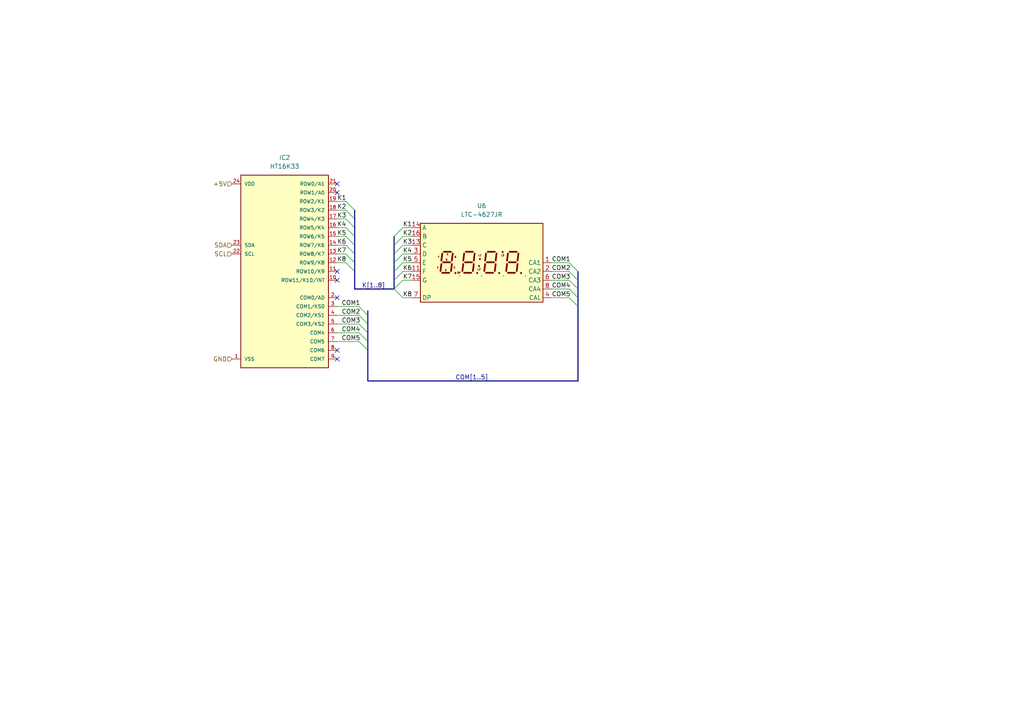
<source format=kicad_sch>
(kicad_sch
	(version 20231120)
	(generator "eeschema")
	(generator_version "8.0")
	(uuid "16922eb3-d2ca-49f8-ba4d-4ad77ceb5477")
	(paper "A4")
	(lib_symbols
		(symbol "Display_Character:LTC-4627JR"
			(exclude_from_sim no)
			(in_bom yes)
			(on_board yes)
			(property "Reference" "U"
				(at -17.78 12.7 0)
				(effects
					(font
						(size 1.27 1.27)
					)
					(justify left)
				)
			)
			(property "Value" "LTC-4627JR"
				(at 17.78 12.7 0)
				(effects
					(font
						(size 1.27 1.27)
					)
					(justify right)
				)
			)
			(property "Footprint" "Display_7Segment:LTC-4627Jx"
				(at 0 -12.7 0)
				(effects
					(font
						(size 1.27 1.27)
					)
					(hide yes)
				)
			)
			(property "Datasheet" "http://optoelectronics.liteon.com/upload/download/DS30-2000-185/LTC-4627JR.pdf"
				(at -10.16 0 0)
				(effects
					(font
						(size 1.27 1.27)
					)
					(hide yes)
				)
			)
			(property "Description" "4 digit 7 segment super red, common anode"
				(at 0 0 0)
				(effects
					(font
						(size 1.27 1.27)
					)
					(hide yes)
				)
			)
			(property "ki_keywords" "display LED 7-segment"
				(at 0 0 0)
				(effects
					(font
						(size 1.27 1.27)
					)
					(hide yes)
				)
			)
			(property "ki_fp_filters" "LTC?4627J*"
				(at 0 0 0)
				(effects
					(font
						(size 1.27 1.27)
					)
					(hide yes)
				)
			)
			(symbol "LTC-4627JR_0_1"
				(rectangle
					(start -17.78 -11.43)
					(end 17.78 11.43)
					(stroke
						(width 0.254)
						(type default)
					)
					(fill
						(type background)
					)
				)
				(rectangle
					(start -6.35 -3.81)
					(end -6.35 -3.81)
					(stroke
						(width 0.254)
						(type default)
					)
					(fill
						(type none)
					)
				)
				(rectangle
					(start 0 -3.81)
					(end 0 -3.81)
					(stroke
						(width 0.254)
						(type default)
					)
					(fill
						(type none)
					)
				)
				(polyline
					(pts
						(xy -6.35 -3.81) (xy -6.35 -3.81)
					)
					(stroke
						(width 0.254)
						(type default)
					)
					(fill
						(type none)
					)
				)
				(polyline
					(pts
						(xy 0 -3.81) (xy 0 -3.81)
					)
					(stroke
						(width 0.254)
						(type default)
					)
					(fill
						(type none)
					)
				)
				(polyline
					(pts
						(xy 6.35 -3.81) (xy 6.35 -3.81)
					)
					(stroke
						(width 0.254)
						(type default)
					)
					(fill
						(type none)
					)
				)
				(polyline
					(pts
						(xy 12.7 -3.81) (xy 12.7 -3.81)
					)
					(stroke
						(width 0.254)
						(type default)
					)
					(fill
						(type none)
					)
				)
				(rectangle
					(start 6.35 -3.81)
					(end 6.35 -3.81)
					(stroke
						(width 0.254)
						(type default)
					)
					(fill
						(type none)
					)
				)
				(rectangle
					(start 12.7 -3.81)
					(end 12.7 -3.81)
					(stroke
						(width 0.254)
						(type default)
					)
					(fill
						(type none)
					)
				)
			)
			(symbol "LTC-4627JR_1_0"
				(text "A"
					(at -9.906 2.413 0)
					(effects
						(font
							(size 0.508 0.508)
						)
					)
				)
				(text "B"
					(at -7.62 1.651 0)
					(effects
						(font
							(size 0.508 0.508)
						)
					)
				)
				(text "C"
					(at -7.874 -1.397 0)
					(effects
						(font
							(size 0.508 0.508)
						)
					)
				)
				(text "D"
					(at -10.414 -2.159 0)
					(effects
						(font
							(size 0.508 0.508)
						)
					)
				)
				(text "DP"
					(at -6.604 -2.921 0)
					(effects
						(font
							(size 0.508 0.508)
						)
					)
				)
				(text "E"
					(at -12.7 -1.397 0)
					(effects
						(font
							(size 0.508 0.508)
						)
					)
				)
				(text "F"
					(at -12.446 1.651 0)
					(effects
						(font
							(size 0.508 0.508)
						)
					)
				)
				(text "G"
					(at -10.16 0.889 0)
					(effects
						(font
							(size 0.508 0.508)
						)
					)
				)
				(text "L1"
					(at -0.508 2.159 0)
					(effects
						(font
							(size 0.508 0.508)
						)
					)
				)
				(text "L2"
					(at -0.762 -1.905 0)
					(effects
						(font
							(size 0.508 0.508)
						)
					)
				)
				(text "L3"
					(at 6.096 2.159 0)
					(effects
						(font
							(size 0.508 0.508)
						)
					)
				)
			)
			(symbol "LTC-4627JR_1_1"
				(polyline
					(pts
						(xy -11.684 -0.381) (xy -11.938 -2.413)
					)
					(stroke
						(width 0.508)
						(type default)
					)
					(fill
						(type none)
					)
				)
				(polyline
					(pts
						(xy -11.43 -2.921) (xy -9.398 -2.921)
					)
					(stroke
						(width 0.508)
						(type default)
					)
					(fill
						(type none)
					)
				)
				(polyline
					(pts
						(xy -11.43 2.667) (xy -11.684 0.635)
					)
					(stroke
						(width 0.508)
						(type default)
					)
					(fill
						(type none)
					)
				)
				(polyline
					(pts
						(xy -11.176 0.127) (xy -9.144 0.127)
					)
					(stroke
						(width 0.508)
						(type default)
					)
					(fill
						(type none)
					)
				)
				(polyline
					(pts
						(xy -10.922 3.175) (xy -8.89 3.175)
					)
					(stroke
						(width 0.508)
						(type default)
					)
					(fill
						(type none)
					)
				)
				(polyline
					(pts
						(xy -8.636 -0.381) (xy -8.89 -2.413)
					)
					(stroke
						(width 0.508)
						(type default)
					)
					(fill
						(type none)
					)
				)
				(polyline
					(pts
						(xy -8.382 2.667) (xy -8.636 0.635)
					)
					(stroke
						(width 0.508)
						(type default)
					)
					(fill
						(type none)
					)
				)
				(polyline
					(pts
						(xy -7.62 -3.048) (xy -7.62 -2.921)
					)
					(stroke
						(width 0.508)
						(type default)
					)
					(fill
						(type none)
					)
				)
				(polyline
					(pts
						(xy -5.334 -0.381) (xy -5.588 -2.413)
					)
					(stroke
						(width 0.508)
						(type default)
					)
					(fill
						(type none)
					)
				)
				(polyline
					(pts
						(xy -5.08 -2.921) (xy -3.048 -2.921)
					)
					(stroke
						(width 0.508)
						(type default)
					)
					(fill
						(type none)
					)
				)
				(polyline
					(pts
						(xy -5.08 2.667) (xy -5.334 0.635)
					)
					(stroke
						(width 0.508)
						(type default)
					)
					(fill
						(type none)
					)
				)
				(polyline
					(pts
						(xy -4.826 0.127) (xy -2.794 0.127)
					)
					(stroke
						(width 0.508)
						(type default)
					)
					(fill
						(type none)
					)
				)
				(polyline
					(pts
						(xy -4.572 3.175) (xy -2.54 3.175)
					)
					(stroke
						(width 0.508)
						(type default)
					)
					(fill
						(type none)
					)
				)
				(polyline
					(pts
						(xy -2.286 -0.381) (xy -2.54 -2.413)
					)
					(stroke
						(width 0.508)
						(type default)
					)
					(fill
						(type none)
					)
				)
				(polyline
					(pts
						(xy -2.032 2.667) (xy -2.286 0.635)
					)
					(stroke
						(width 0.508)
						(type default)
					)
					(fill
						(type none)
					)
				)
				(polyline
					(pts
						(xy -1.27 -3.048) (xy -1.27 -2.921)
					)
					(stroke
						(width 0.508)
						(type default)
					)
					(fill
						(type none)
					)
				)
				(polyline
					(pts
						(xy -0.762 -1.016) (xy -0.762 -0.889)
					)
					(stroke
						(width 0.508)
						(type default)
					)
					(fill
						(type none)
					)
				)
				(polyline
					(pts
						(xy -0.508 1.016) (xy -0.508 1.143)
					)
					(stroke
						(width 0.508)
						(type default)
					)
					(fill
						(type none)
					)
				)
				(polyline
					(pts
						(xy 1.016 -0.381) (xy 0.762 -2.413)
					)
					(stroke
						(width 0.508)
						(type default)
					)
					(fill
						(type none)
					)
				)
				(polyline
					(pts
						(xy 1.27 -2.921) (xy 3.302 -2.921)
					)
					(stroke
						(width 0.508)
						(type default)
					)
					(fill
						(type none)
					)
				)
				(polyline
					(pts
						(xy 1.27 2.667) (xy 1.016 0.635)
					)
					(stroke
						(width 0.508)
						(type default)
					)
					(fill
						(type none)
					)
				)
				(polyline
					(pts
						(xy 1.524 0.127) (xy 3.556 0.127)
					)
					(stroke
						(width 0.508)
						(type default)
					)
					(fill
						(type none)
					)
				)
				(polyline
					(pts
						(xy 1.778 3.175) (xy 3.81 3.175)
					)
					(stroke
						(width 0.508)
						(type default)
					)
					(fill
						(type none)
					)
				)
				(polyline
					(pts
						(xy 4.064 -0.381) (xy 3.81 -2.413)
					)
					(stroke
						(width 0.508)
						(type default)
					)
					(fill
						(type none)
					)
				)
				(polyline
					(pts
						(xy 4.318 2.667) (xy 4.064 0.635)
					)
					(stroke
						(width 0.508)
						(type default)
					)
					(fill
						(type none)
					)
				)
				(polyline
					(pts
						(xy 5.08 -3.048) (xy 5.08 -2.921)
					)
					(stroke
						(width 0.508)
						(type default)
					)
					(fill
						(type none)
					)
				)
				(polyline
					(pts
						(xy 6.096 3.048) (xy 6.096 3.175)
					)
					(stroke
						(width 0.508)
						(type default)
					)
					(fill
						(type none)
					)
				)
				(polyline
					(pts
						(xy 7.366 -0.381) (xy 7.112 -2.413)
					)
					(stroke
						(width 0.508)
						(type default)
					)
					(fill
						(type none)
					)
				)
				(polyline
					(pts
						(xy 7.62 -2.921) (xy 9.652 -2.921)
					)
					(stroke
						(width 0.508)
						(type default)
					)
					(fill
						(type none)
					)
				)
				(polyline
					(pts
						(xy 7.62 2.667) (xy 7.366 0.635)
					)
					(stroke
						(width 0.508)
						(type default)
					)
					(fill
						(type none)
					)
				)
				(polyline
					(pts
						(xy 7.874 0.127) (xy 9.906 0.127)
					)
					(stroke
						(width 0.508)
						(type default)
					)
					(fill
						(type none)
					)
				)
				(polyline
					(pts
						(xy 8.128 3.175) (xy 10.16 3.175)
					)
					(stroke
						(width 0.508)
						(type default)
					)
					(fill
						(type none)
					)
				)
				(polyline
					(pts
						(xy 10.414 -0.381) (xy 10.16 -2.413)
					)
					(stroke
						(width 0.508)
						(type default)
					)
					(fill
						(type none)
					)
				)
				(polyline
					(pts
						(xy 10.668 2.667) (xy 10.414 0.635)
					)
					(stroke
						(width 0.508)
						(type default)
					)
					(fill
						(type none)
					)
				)
				(polyline
					(pts
						(xy 11.43 -3.048) (xy 11.43 -2.921)
					)
					(stroke
						(width 0.508)
						(type default)
					)
					(fill
						(type none)
					)
				)
				(pin input line
					(at 20.32 0 180)
					(length 2.54)
					(name "CA1"
						(effects
							(font
								(size 1.27 1.27)
							)
						)
					)
					(number "1"
						(effects
							(font
								(size 1.27 1.27)
							)
						)
					)
				)
				(pin input line
					(at -20.32 -2.54 0)
					(length 2.54)
					(name "F"
						(effects
							(font
								(size 1.27 1.27)
							)
						)
					)
					(number "11"
						(effects
							(font
								(size 1.27 1.27)
							)
						)
					)
				)
				(pin input line
					(at -20.32 5.08 0)
					(length 2.54)
					(name "C"
						(effects
							(font
								(size 1.27 1.27)
							)
						)
					)
					(number "13"
						(effects
							(font
								(size 1.27 1.27)
							)
						)
					)
				)
				(pin input line
					(at -20.32 10.16 0)
					(length 2.54)
					(name "A"
						(effects
							(font
								(size 1.27 1.27)
							)
						)
					)
					(number "14"
						(effects
							(font
								(size 1.27 1.27)
							)
						)
					)
				)
				(pin input line
					(at -20.32 -5.08 0)
					(length 2.54)
					(name "G"
						(effects
							(font
								(size 1.27 1.27)
							)
						)
					)
					(number "15"
						(effects
							(font
								(size 1.27 1.27)
							)
						)
					)
				)
				(pin input line
					(at -20.32 7.62 0)
					(length 2.54)
					(name "B"
						(effects
							(font
								(size 1.27 1.27)
							)
						)
					)
					(number "16"
						(effects
							(font
								(size 1.27 1.27)
							)
						)
					)
				)
				(pin input line
					(at 20.32 -2.54 180)
					(length 2.54)
					(name "CA2"
						(effects
							(font
								(size 1.27 1.27)
							)
						)
					)
					(number "2"
						(effects
							(font
								(size 1.27 1.27)
							)
						)
					)
				)
				(pin input line
					(at -20.32 2.54 0)
					(length 2.54)
					(name "D"
						(effects
							(font
								(size 1.27 1.27)
							)
						)
					)
					(number "3"
						(effects
							(font
								(size 1.27 1.27)
							)
						)
					)
				)
				(pin input line
					(at 20.32 -10.16 180)
					(length 2.54)
					(name "CAL"
						(effects
							(font
								(size 1.27 1.27)
							)
						)
					)
					(number "4"
						(effects
							(font
								(size 1.27 1.27)
							)
						)
					)
				)
				(pin input line
					(at -20.32 0 0)
					(length 2.54)
					(name "E"
						(effects
							(font
								(size 1.27 1.27)
							)
						)
					)
					(number "5"
						(effects
							(font
								(size 1.27 1.27)
							)
						)
					)
				)
				(pin input line
					(at 20.32 -5.08 180)
					(length 2.54)
					(name "CA3"
						(effects
							(font
								(size 1.27 1.27)
							)
						)
					)
					(number "6"
						(effects
							(font
								(size 1.27 1.27)
							)
						)
					)
				)
				(pin input line
					(at -20.32 -10.16 0)
					(length 2.54)
					(name "DP"
						(effects
							(font
								(size 1.27 1.27)
							)
						)
					)
					(number "7"
						(effects
							(font
								(size 1.27 1.27)
							)
						)
					)
				)
				(pin input line
					(at 20.32 -7.62 180)
					(length 2.54)
					(name "CA4"
						(effects
							(font
								(size 1.27 1.27)
							)
						)
					)
					(number "8"
						(effects
							(font
								(size 1.27 1.27)
							)
						)
					)
				)
				(pin no_connect line
					(at 17.78 7.62 180)
					(length 2.54) hide
					(name "NC"
						(effects
							(font
								(size 1.27 1.27)
							)
						)
					)
					(number "9"
						(effects
							(font
								(size 1.27 1.27)
							)
						)
					)
				)
			)
		)
		(symbol "HT16K33:HT16K33"
			(pin_names
				(offset 1.016)
			)
			(exclude_from_sim no)
			(in_bom yes)
			(on_board yes)
			(property "Reference" "IC"
				(at -12.7 27.94 0)
				(effects
					(font
						(size 1.27 1.27)
					)
					(justify left bottom)
				)
			)
			(property "Value" "HTK16K33"
				(at 0 0 0)
				(effects
					(font
						(size 1.27 1.27)
					)
					(justify bottom)
					(hide yes)
				)
			)
			(property "Footprint" "HT16K33:HT16K33"
				(at 0 0 0)
				(effects
					(font
						(size 1.27 1.27)
					)
					(justify bottom)
					(hide yes)
				)
			)
			(property "Datasheet" ""
				(at 0 0 0)
				(effects
					(font
						(size 1.27 1.27)
					)
					(hide yes)
				)
			)
			(property "Description" ""
				(at 0 0 0)
				(effects
					(font
						(size 1.27 1.27)
					)
					(hide yes)
				)
			)
			(property "MF" "Adafruit Industries"
				(at 0 0 0)
				(effects
					(font
						(size 1.27 1.27)
					)
					(justify bottom)
					(hide yes)
				)
			)
			(property "Description_1" "\n                        \n                            HT16K33 14-Segment 4-Digit Display Feather Platform Evaluation Expansion Board\n                        \n"
				(at 0 0 0)
				(effects
					(font
						(size 1.27 1.27)
					)
					(justify bottom)
					(hide yes)
				)
			)
			(property "Package" "None"
				(at 0 0 0)
				(effects
					(font
						(size 1.27 1.27)
					)
					(justify bottom)
					(hide yes)
				)
			)
			(property "Price" "None"
				(at 0 0 0)
				(effects
					(font
						(size 1.27 1.27)
					)
					(justify bottom)
					(hide yes)
				)
			)
			(property "Check_prices" "https://www.snapeda.com/parts/HT16K33/Adafruit+Industries/view-part/?ref=eda"
				(at 0 0 0)
				(effects
					(font
						(size 1.27 1.27)
					)
					(justify bottom)
					(hide yes)
				)
			)
			(property "SnapEDA_Link" "https://www.snapeda.com/parts/HT16K33/Adafruit+Industries/view-part/?ref=snap"
				(at 0 0 0)
				(effects
					(font
						(size 1.27 1.27)
					)
					(justify bottom)
					(hide yes)
				)
			)
			(property "PROD_ID" "IC-14891"
				(at 0 0 0)
				(effects
					(font
						(size 1.27 1.27)
					)
					(justify bottom)
					(hide yes)
				)
			)
			(property "Availability" "Not in stock"
				(at 0 0 0)
				(effects
					(font
						(size 1.27 1.27)
					)
					(justify bottom)
					(hide yes)
				)
			)
			(property "MP" "HT16K33"
				(at 0 0 0)
				(effects
					(font
						(size 1.27 1.27)
					)
					(justify bottom)
					(hide yes)
				)
			)
			(symbol "HT16K33_0_0"
				(rectangle
					(start -12.7 -27.94)
					(end 12.7 27.94)
					(stroke
						(width 0.254)
						(type default)
					)
					(fill
						(type background)
					)
				)
				(pin bidirectional line
					(at -15.24 -25.4 0)
					(length 2.54)
					(name "VSS"
						(effects
							(font
								(size 1.016 1.016)
							)
						)
					)
					(number "1"
						(effects
							(font
								(size 1.016 1.016)
							)
						)
					)
				)
				(pin bidirectional line
					(at 15.24 -2.54 180)
					(length 2.54)
					(name "ROW11/K10/INT"
						(effects
							(font
								(size 1.016 1.016)
							)
						)
					)
					(number "10"
						(effects
							(font
								(size 1.016 1.016)
							)
						)
					)
				)
				(pin bidirectional line
					(at 15.24 0 180)
					(length 2.54)
					(name "ROW10/K9"
						(effects
							(font
								(size 1.016 1.016)
							)
						)
					)
					(number "11"
						(effects
							(font
								(size 1.016 1.016)
							)
						)
					)
				)
				(pin bidirectional line
					(at 15.24 2.54 180)
					(length 2.54)
					(name "ROW9/K8"
						(effects
							(font
								(size 1.016 1.016)
							)
						)
					)
					(number "12"
						(effects
							(font
								(size 1.016 1.016)
							)
						)
					)
				)
				(pin bidirectional line
					(at 15.24 5.08 180)
					(length 2.54)
					(name "ROW8/K7"
						(effects
							(font
								(size 1.016 1.016)
							)
						)
					)
					(number "13"
						(effects
							(font
								(size 1.016 1.016)
							)
						)
					)
				)
				(pin bidirectional line
					(at 15.24 7.62 180)
					(length 2.54)
					(name "ROW7/K6"
						(effects
							(font
								(size 1.016 1.016)
							)
						)
					)
					(number "14"
						(effects
							(font
								(size 1.016 1.016)
							)
						)
					)
				)
				(pin bidirectional line
					(at 15.24 10.16 180)
					(length 2.54)
					(name "ROW6/K5"
						(effects
							(font
								(size 1.016 1.016)
							)
						)
					)
					(number "15"
						(effects
							(font
								(size 1.016 1.016)
							)
						)
					)
				)
				(pin bidirectional line
					(at 15.24 12.7 180)
					(length 2.54)
					(name "ROW5/K4"
						(effects
							(font
								(size 1.016 1.016)
							)
						)
					)
					(number "16"
						(effects
							(font
								(size 1.016 1.016)
							)
						)
					)
				)
				(pin bidirectional line
					(at 15.24 15.24 180)
					(length 2.54)
					(name "ROW4/K3"
						(effects
							(font
								(size 1.016 1.016)
							)
						)
					)
					(number "17"
						(effects
							(font
								(size 1.016 1.016)
							)
						)
					)
				)
				(pin bidirectional line
					(at 15.24 17.78 180)
					(length 2.54)
					(name "ROW3/K2"
						(effects
							(font
								(size 1.016 1.016)
							)
						)
					)
					(number "18"
						(effects
							(font
								(size 1.016 1.016)
							)
						)
					)
				)
				(pin bidirectional line
					(at 15.24 20.32 180)
					(length 2.54)
					(name "ROW2/K1"
						(effects
							(font
								(size 1.016 1.016)
							)
						)
					)
					(number "19"
						(effects
							(font
								(size 1.016 1.016)
							)
						)
					)
				)
				(pin bidirectional line
					(at 15.24 -7.62 180)
					(length 2.54)
					(name "COM0/AD"
						(effects
							(font
								(size 1.016 1.016)
							)
						)
					)
					(number "2"
						(effects
							(font
								(size 1.016 1.016)
							)
						)
					)
				)
				(pin bidirectional line
					(at 15.24 22.86 180)
					(length 2.54)
					(name "ROW1/A0"
						(effects
							(font
								(size 1.016 1.016)
							)
						)
					)
					(number "20"
						(effects
							(font
								(size 1.016 1.016)
							)
						)
					)
				)
				(pin bidirectional line
					(at 15.24 25.4 180)
					(length 2.54)
					(name "ROW0/A1"
						(effects
							(font
								(size 1.016 1.016)
							)
						)
					)
					(number "21"
						(effects
							(font
								(size 1.016 1.016)
							)
						)
					)
				)
				(pin bidirectional line
					(at -15.24 5.08 0)
					(length 2.54)
					(name "SCL"
						(effects
							(font
								(size 1.016 1.016)
							)
						)
					)
					(number "22"
						(effects
							(font
								(size 1.016 1.016)
							)
						)
					)
				)
				(pin bidirectional line
					(at -15.24 7.62 0)
					(length 2.54)
					(name "SDA"
						(effects
							(font
								(size 1.016 1.016)
							)
						)
					)
					(number "23"
						(effects
							(font
								(size 1.016 1.016)
							)
						)
					)
				)
				(pin power_in line
					(at -15.24 25.4 0)
					(length 2.54)
					(name "VDD"
						(effects
							(font
								(size 1.016 1.016)
							)
						)
					)
					(number "24"
						(effects
							(font
								(size 1.016 1.016)
							)
						)
					)
				)
				(pin bidirectional line
					(at 15.24 -10.16 180)
					(length 2.54)
					(name "COM1/KS0"
						(effects
							(font
								(size 1.016 1.016)
							)
						)
					)
					(number "3"
						(effects
							(font
								(size 1.016 1.016)
							)
						)
					)
				)
				(pin bidirectional line
					(at 15.24 -12.7 180)
					(length 2.54)
					(name "COM2/KS1"
						(effects
							(font
								(size 1.016 1.016)
							)
						)
					)
					(number "4"
						(effects
							(font
								(size 1.016 1.016)
							)
						)
					)
				)
				(pin bidirectional line
					(at 15.24 -15.24 180)
					(length 2.54)
					(name "COM3/KS2"
						(effects
							(font
								(size 1.016 1.016)
							)
						)
					)
					(number "5"
						(effects
							(font
								(size 1.016 1.016)
							)
						)
					)
				)
				(pin bidirectional line
					(at 15.24 -17.78 180)
					(length 2.54)
					(name "COM4"
						(effects
							(font
								(size 1.016 1.016)
							)
						)
					)
					(number "6"
						(effects
							(font
								(size 1.016 1.016)
							)
						)
					)
				)
				(pin bidirectional line
					(at 15.24 -20.32 180)
					(length 2.54)
					(name "COM5"
						(effects
							(font
								(size 1.016 1.016)
							)
						)
					)
					(number "7"
						(effects
							(font
								(size 1.016 1.016)
							)
						)
					)
				)
				(pin bidirectional line
					(at 15.24 -22.86 180)
					(length 2.54)
					(name "COM6"
						(effects
							(font
								(size 1.016 1.016)
							)
						)
					)
					(number "8"
						(effects
							(font
								(size 1.016 1.016)
							)
						)
					)
				)
				(pin bidirectional line
					(at 15.24 -25.4 180)
					(length 2.54)
					(name "COM7"
						(effects
							(font
								(size 1.016 1.016)
							)
						)
					)
					(number "9"
						(effects
							(font
								(size 1.016 1.016)
							)
						)
					)
				)
			)
		)
	)
	(no_connect
		(at 97.79 101.6)
		(uuid "8f809d23-9076-48f9-846a-fb83a5756786")
	)
	(no_connect
		(at 97.79 86.36)
		(uuid "b444795f-044d-4cfb-a34a-2555df4caead")
	)
	(no_connect
		(at 97.79 81.28)
		(uuid "c1f8ea35-4a8a-4a06-9974-d435cec7c587")
	)
	(no_connect
		(at 97.79 78.74)
		(uuid "d9926c5d-7331-4b33-9070-371e1a777a90")
	)
	(no_connect
		(at 97.79 104.14)
		(uuid "dcc27c92-15d4-4328-8a0d-decbdbac6301")
	)
	(no_connect
		(at 97.79 55.88)
		(uuid "e3382dce-001d-4542-a500-ecfdbac82e01")
	)
	(no_connect
		(at 97.79 53.34)
		(uuid "e854d4a7-bbe9-4a3a-a173-53447025680c")
	)
	(bus_entry
		(at 100.33 73.66)
		(size 2.54 2.54)
		(stroke
			(width 0)
			(type default)
		)
		(uuid "0a943964-6241-4bcb-accc-cf9759110ef8")
	)
	(bus_entry
		(at 114.3 83.82)
		(size 2.54 -2.54)
		(stroke
			(width 0)
			(type default)
		)
		(uuid "0c1c743b-f683-42f4-8167-c8acb14a60da")
	)
	(bus_entry
		(at 100.33 60.96)
		(size 2.54 2.54)
		(stroke
			(width 0)
			(type default)
		)
		(uuid "0c6b0f2c-8a33-4d66-8a8a-1e8f1a30fb58")
	)
	(bus_entry
		(at 114.3 73.66)
		(size 2.54 -2.54)
		(stroke
			(width 0)
			(type default)
		)
		(uuid "0df97cfa-8cd6-4c24-9c9b-ff1d6c03117b")
	)
	(bus_entry
		(at 100.33 76.2)
		(size 2.54 2.54)
		(stroke
			(width 0)
			(type default)
		)
		(uuid "110d9d19-bcb5-407c-93d3-4ff0ec599acc")
	)
	(bus_entry
		(at 100.33 63.5)
		(size 2.54 2.54)
		(stroke
			(width 0)
			(type default)
		)
		(uuid "2a0ea905-5865-4543-8989-7f72aa71dd17")
	)
	(bus_entry
		(at 165.1 81.28)
		(size 2.54 2.54)
		(stroke
			(width 0)
			(type default)
		)
		(uuid "3a7fd83a-c4af-4793-9a99-99cef969639b")
	)
	(bus_entry
		(at 100.33 58.42)
		(size 2.54 2.54)
		(stroke
			(width 0)
			(type default)
		)
		(uuid "3e0457d2-21cd-4297-be6a-339b82f1b3c6")
	)
	(bus_entry
		(at 165.1 86.36)
		(size 2.54 2.54)
		(stroke
			(width 0)
			(type default)
		)
		(uuid "4ff7f7f8-3f9f-465a-8fbe-def337fafb6f")
	)
	(bus_entry
		(at 114.3 83.82)
		(size 2.54 2.54)
		(stroke
			(width 0)
			(type default)
		)
		(uuid "57f3e6c3-7856-4196-88eb-7831f0f72d96")
	)
	(bus_entry
		(at 104.14 93.98)
		(size 2.54 2.54)
		(stroke
			(width 0)
			(type default)
		)
		(uuid "673e634e-6ca3-4562-bbda-ce0d87ab3180")
	)
	(bus_entry
		(at 100.33 66.04)
		(size 2.54 2.54)
		(stroke
			(width 0)
			(type default)
		)
		(uuid "6cc99fb5-c61e-4ef8-9204-5355ceecf618")
	)
	(bus_entry
		(at 104.14 96.52)
		(size 2.54 2.54)
		(stroke
			(width 0)
			(type default)
		)
		(uuid "844c90e5-1e80-406b-bf71-6683dc78b627")
	)
	(bus_entry
		(at 114.3 76.2)
		(size 2.54 -2.54)
		(stroke
			(width 0)
			(type default)
		)
		(uuid "adc8e904-c9e2-4b29-9c70-14f114a95938")
	)
	(bus_entry
		(at 114.3 78.74)
		(size 2.54 -2.54)
		(stroke
			(width 0)
			(type default)
		)
		(uuid "afa38fc7-979e-480c-8ede-2ffc4ad2d4a3")
	)
	(bus_entry
		(at 104.14 91.44)
		(size 2.54 2.54)
		(stroke
			(width 0)
			(type default)
		)
		(uuid "b01477e0-eaca-4f3c-a935-6b212d8aed18")
	)
	(bus_entry
		(at 165.1 76.2)
		(size 2.54 2.54)
		(stroke
			(width 0)
			(type default)
		)
		(uuid "b6a0797b-fa80-4d92-bdf6-5b2cb88a18a0")
	)
	(bus_entry
		(at 114.3 71.12)
		(size 2.54 -2.54)
		(stroke
			(width 0)
			(type default)
		)
		(uuid "be049a64-e637-42e3-a0c8-efdd9f7f1ca1")
	)
	(bus_entry
		(at 165.1 78.74)
		(size 2.54 2.54)
		(stroke
			(width 0)
			(type default)
		)
		(uuid "be35cf38-5d0d-4682-8cba-3363a61ac093")
	)
	(bus_entry
		(at 114.3 68.58)
		(size 2.54 -2.54)
		(stroke
			(width 0)
			(type default)
		)
		(uuid "c2eefb22-0a8a-4ea3-8209-42ea4d54a344")
	)
	(bus_entry
		(at 114.3 81.28)
		(size 2.54 -2.54)
		(stroke
			(width 0)
			(type default)
		)
		(uuid "c9a19ec5-e02c-4e6a-9b89-dab7ca16dc57")
	)
	(bus_entry
		(at 100.33 71.12)
		(size 2.54 2.54)
		(stroke
			(width 0)
			(type default)
		)
		(uuid "d044318b-7543-4b8e-be97-45070fcdf3d5")
	)
	(bus_entry
		(at 104.14 99.06)
		(size 2.54 2.54)
		(stroke
			(width 0)
			(type default)
		)
		(uuid "d4ccb992-d201-41e4-abd0-13bb8e8ad92a")
	)
	(bus_entry
		(at 165.1 83.82)
		(size 2.54 2.54)
		(stroke
			(width 0)
			(type default)
		)
		(uuid "ee0918cd-6526-4f7e-b7ee-f26ac1a6f31a")
	)
	(bus_entry
		(at 104.14 88.9)
		(size 2.54 2.54)
		(stroke
			(width 0)
			(type default)
		)
		(uuid "f29055ec-d657-4086-8d10-5f730bc85a5b")
	)
	(bus_entry
		(at 100.33 68.58)
		(size 2.54 2.54)
		(stroke
			(width 0)
			(type default)
		)
		(uuid "f6723c3e-9911-46b8-bbbd-6f29edd1812f")
	)
	(bus
		(pts
			(xy 102.87 68.58) (xy 102.87 71.12)
		)
		(stroke
			(width 0)
			(type default)
		)
		(uuid "04fb2481-4f6a-4393-9cf0-87cac4f8a646")
	)
	(bus
		(pts
			(xy 102.87 71.12) (xy 102.87 73.66)
		)
		(stroke
			(width 0)
			(type default)
		)
		(uuid "0964164d-25f9-4fce-b10c-a09f5edd6505")
	)
	(bus
		(pts
			(xy 114.3 76.2) (xy 114.3 78.74)
		)
		(stroke
			(width 0)
			(type default)
		)
		(uuid "0e538e62-961e-41eb-a59b-24bf93984b36")
	)
	(bus
		(pts
			(xy 102.87 76.2) (xy 102.87 78.74)
		)
		(stroke
			(width 0)
			(type default)
		)
		(uuid "160aa6a0-b2d0-4337-a11e-b176f7789fec")
	)
	(bus
		(pts
			(xy 102.87 60.96) (xy 102.87 63.5)
		)
		(stroke
			(width 0)
			(type default)
		)
		(uuid "1739b49f-372c-494e-b447-ca24a44091c8")
	)
	(bus
		(pts
			(xy 106.68 101.6) (xy 106.68 110.49)
		)
		(stroke
			(width 0)
			(type default)
		)
		(uuid "200cad9c-9cb5-4294-b70f-89b0e8cdfd39")
	)
	(wire
		(pts
			(xy 116.84 78.74) (xy 119.38 78.74)
		)
		(stroke
			(width 0)
			(type default)
		)
		(uuid "2bb540f5-5317-4bdb-93a9-d85f0dd22c6e")
	)
	(wire
		(pts
			(xy 116.84 76.2) (xy 119.38 76.2)
		)
		(stroke
			(width 0)
			(type default)
		)
		(uuid "2e22aea9-6558-45d0-be0b-1b264c4f2f94")
	)
	(bus
		(pts
			(xy 114.3 78.74) (xy 114.3 81.28)
		)
		(stroke
			(width 0)
			(type default)
		)
		(uuid "3934f85d-8931-4ef9-8a75-ca190bae8ca1")
	)
	(bus
		(pts
			(xy 102.87 78.74) (xy 102.87 83.82)
		)
		(stroke
			(width 0)
			(type default)
		)
		(uuid "4036dffd-b276-4800-b788-95c20464d34f")
	)
	(wire
		(pts
			(xy 116.84 66.04) (xy 119.38 66.04)
		)
		(stroke
			(width 0)
			(type default)
		)
		(uuid "476f230e-8361-4b81-bb4f-aeafaca59db7")
	)
	(wire
		(pts
			(xy 116.84 68.58) (xy 119.38 68.58)
		)
		(stroke
			(width 0)
			(type default)
		)
		(uuid "4aa5de3f-933e-424d-afe2-5fc049c13ec0")
	)
	(bus
		(pts
			(xy 167.64 78.74) (xy 167.64 81.28)
		)
		(stroke
			(width 0)
			(type default)
		)
		(uuid "4d203b4a-263b-4fd0-8bb3-1a55844a38c2")
	)
	(wire
		(pts
			(xy 116.84 86.36) (xy 119.38 86.36)
		)
		(stroke
			(width 0)
			(type default)
		)
		(uuid "5a5bb039-468a-41ce-bdc8-f9b552e2e400")
	)
	(bus
		(pts
			(xy 114.3 81.28) (xy 114.3 83.82)
		)
		(stroke
			(width 0)
			(type default)
		)
		(uuid "606445f1-22fe-4d7a-8b98-81e28e6362d5")
	)
	(bus
		(pts
			(xy 106.68 93.98) (xy 106.68 96.52)
		)
		(stroke
			(width 0)
			(type default)
		)
		(uuid "64b044a6-9c67-4ac1-8945-d21b98629375")
	)
	(wire
		(pts
			(xy 97.79 99.06) (xy 104.14 99.06)
		)
		(stroke
			(width 0)
			(type default)
		)
		(uuid "663b735f-a06b-4b9a-8e8e-06aeaa298401")
	)
	(wire
		(pts
			(xy 116.84 71.12) (xy 119.38 71.12)
		)
		(stroke
			(width 0)
			(type default)
		)
		(uuid "709d113c-ed2e-4f82-aec2-380299d40ec1")
	)
	(bus
		(pts
			(xy 167.64 81.28) (xy 167.64 83.82)
		)
		(stroke
			(width 0)
			(type default)
		)
		(uuid "7b2274b1-b440-4abc-8083-3ffacb339826")
	)
	(bus
		(pts
			(xy 102.87 63.5) (xy 102.87 66.04)
		)
		(stroke
			(width 0)
			(type default)
		)
		(uuid "7dd8ce14-66af-453b-bad2-8d4a033e9bdc")
	)
	(wire
		(pts
			(xy 116.84 73.66) (xy 119.38 73.66)
		)
		(stroke
			(width 0)
			(type default)
		)
		(uuid "85b9aea1-1952-477a-93ce-7cfa1aa68b99")
	)
	(bus
		(pts
			(xy 167.64 110.49) (xy 106.68 110.49)
		)
		(stroke
			(width 0)
			(type default)
		)
		(uuid "885daaf6-1bf2-46c5-9e8d-a93edaf5cecc")
	)
	(wire
		(pts
			(xy 97.79 88.9) (xy 104.14 88.9)
		)
		(stroke
			(width 0)
			(type default)
		)
		(uuid "8bd84e5f-957c-4bb2-9585-f506ed8fce96")
	)
	(wire
		(pts
			(xy 160.02 81.28) (xy 165.1 81.28)
		)
		(stroke
			(width 0)
			(type default)
		)
		(uuid "8e332655-476c-49d1-8c1d-7d3e25e4a017")
	)
	(bus
		(pts
			(xy 102.87 73.66) (xy 102.87 76.2)
		)
		(stroke
			(width 0)
			(type default)
		)
		(uuid "8ef30b73-9beb-4ce9-ba69-232b8fa6a1ae")
	)
	(bus
		(pts
			(xy 106.68 90.17) (xy 106.68 91.44)
		)
		(stroke
			(width 0)
			(type default)
		)
		(uuid "900d108e-6cf5-4cbd-9b90-b66a39b9dd63")
	)
	(wire
		(pts
			(xy 160.02 78.74) (xy 165.1 78.74)
		)
		(stroke
			(width 0)
			(type default)
		)
		(uuid "912f2d2b-ac8a-4bd8-ac6a-ba499857d1bb")
	)
	(wire
		(pts
			(xy 160.02 76.2) (xy 165.1 76.2)
		)
		(stroke
			(width 0)
			(type default)
		)
		(uuid "9810617b-cf43-44e5-b61b-5846772f83d6")
	)
	(wire
		(pts
			(xy 97.79 71.12) (xy 100.33 71.12)
		)
		(stroke
			(width 0)
			(type default)
		)
		(uuid "99513749-96c8-4148-bf52-ba288d683489")
	)
	(bus
		(pts
			(xy 102.87 83.82) (xy 114.3 83.82)
		)
		(stroke
			(width 0)
			(type default)
		)
		(uuid "ab86a454-6991-454d-bf5e-d16d4427554a")
	)
	(bus
		(pts
			(xy 114.3 71.12) (xy 114.3 73.66)
		)
		(stroke
			(width 0)
			(type default)
		)
		(uuid "ac02801d-ce28-468b-a705-168af90d27b0")
	)
	(bus
		(pts
			(xy 167.64 86.36) (xy 167.64 88.9)
		)
		(stroke
			(width 0)
			(type default)
		)
		(uuid "adb181a5-c823-405d-9b3f-991301a91060")
	)
	(wire
		(pts
			(xy 97.79 68.58) (xy 100.33 68.58)
		)
		(stroke
			(width 0)
			(type default)
		)
		(uuid "aed4870e-1926-4931-927e-35473776666e")
	)
	(wire
		(pts
			(xy 160.02 86.36) (xy 165.1 86.36)
		)
		(stroke
			(width 0)
			(type default)
		)
		(uuid "b36078fb-4c05-4d8a-b9d5-e5ffb20944f6")
	)
	(wire
		(pts
			(xy 97.79 58.42) (xy 100.33 58.42)
		)
		(stroke
			(width 0)
			(type default)
		)
		(uuid "b3c9d6c6-e7e6-4a30-aad9-99462907327a")
	)
	(bus
		(pts
			(xy 114.3 73.66) (xy 114.3 76.2)
		)
		(stroke
			(width 0)
			(type default)
		)
		(uuid "b478f7f2-5a7b-49d4-9f37-b2d68eb3b836")
	)
	(wire
		(pts
			(xy 97.79 63.5) (xy 100.33 63.5)
		)
		(stroke
			(width 0)
			(type default)
		)
		(uuid "c4e4ce88-1fcc-48cc-9630-7b93c3e26154")
	)
	(bus
		(pts
			(xy 114.3 68.58) (xy 114.3 71.12)
		)
		(stroke
			(width 0)
			(type default)
		)
		(uuid "c8e76b3e-f0fd-4f57-bab8-b3f3690a46ae")
	)
	(wire
		(pts
			(xy 97.79 60.96) (xy 100.33 60.96)
		)
		(stroke
			(width 0)
			(type default)
		)
		(uuid "caaa419e-9f45-4f18-8fed-9ef99ae40370")
	)
	(wire
		(pts
			(xy 116.84 81.28) (xy 119.38 81.28)
		)
		(stroke
			(width 0)
			(type default)
		)
		(uuid "cd53aad8-862c-46f4-a319-1a6f0de28844")
	)
	(bus
		(pts
			(xy 106.68 99.06) (xy 106.68 101.6)
		)
		(stroke
			(width 0)
			(type default)
		)
		(uuid "cef6be77-f5ab-4d3a-830e-c30aa204f143")
	)
	(bus
		(pts
			(xy 167.64 83.82) (xy 167.64 86.36)
		)
		(stroke
			(width 0)
			(type default)
		)
		(uuid "d6f5c152-a914-499b-bf38-832c8ba3f82b")
	)
	(wire
		(pts
			(xy 97.79 76.2) (xy 100.33 76.2)
		)
		(stroke
			(width 0)
			(type default)
		)
		(uuid "d7270ae2-084b-4bdc-93e5-9034ae8ba85d")
	)
	(wire
		(pts
			(xy 97.79 93.98) (xy 104.14 93.98)
		)
		(stroke
			(width 0)
			(type default)
		)
		(uuid "e0f721e4-470d-40ab-bf32-7e24c5218713")
	)
	(wire
		(pts
			(xy 97.79 66.04) (xy 100.33 66.04)
		)
		(stroke
			(width 0)
			(type default)
		)
		(uuid "e122b719-918b-48d8-8a73-9b2fa44d6e72")
	)
	(bus
		(pts
			(xy 167.64 88.9) (xy 167.64 110.49)
		)
		(stroke
			(width 0)
			(type default)
		)
		(uuid "e4240928-2506-41ae-88b6-7fc41b51bfbb")
	)
	(bus
		(pts
			(xy 106.68 96.52) (xy 106.68 99.06)
		)
		(stroke
			(width 0)
			(type default)
		)
		(uuid "e8634be4-247c-488b-9e07-843b104f95b9")
	)
	(wire
		(pts
			(xy 97.79 73.66) (xy 100.33 73.66)
		)
		(stroke
			(width 0)
			(type default)
		)
		(uuid "ea7f6106-7ef6-4f7f-93bf-06f39d32d606")
	)
	(bus
		(pts
			(xy 102.87 66.04) (xy 102.87 68.58)
		)
		(stroke
			(width 0)
			(type default)
		)
		(uuid "eab38f9a-e7b3-45a5-8d94-0546e9861b75")
	)
	(wire
		(pts
			(xy 160.02 83.82) (xy 165.1 83.82)
		)
		(stroke
			(width 0)
			(type default)
		)
		(uuid "edacb9d8-d695-4b44-be0d-2e9cd075ed79")
	)
	(wire
		(pts
			(xy 97.79 96.52) (xy 104.14 96.52)
		)
		(stroke
			(width 0)
			(type default)
		)
		(uuid "f437f127-fb7e-4d02-acea-ad8f6781bccd")
	)
	(wire
		(pts
			(xy 97.79 91.44) (xy 104.14 91.44)
		)
		(stroke
			(width 0)
			(type default)
		)
		(uuid "f5e4db65-524c-4d44-9d3e-e6c33a1bbd9e")
	)
	(bus
		(pts
			(xy 106.68 91.44) (xy 106.68 93.98)
		)
		(stroke
			(width 0)
			(type default)
		)
		(uuid "f936b8fa-9a70-4212-a9d5-aaf592d5097b")
	)
	(label "COM4"
		(at 99.06 96.52 0)
		(fields_autoplaced yes)
		(effects
			(font
				(size 1.27 1.27)
			)
			(justify left bottom)
		)
		(uuid "0a629ddf-30ee-413a-a9c6-b184852d9a2c")
	)
	(label "K6"
		(at 97.79 71.12 0)
		(fields_autoplaced yes)
		(effects
			(font
				(size 1.27 1.27)
			)
			(justify left bottom)
		)
		(uuid "22af4501-2df1-4723-b143-1c9d6e3c4314")
	)
	(label "COM5"
		(at 99.06 99.06 0)
		(fields_autoplaced yes)
		(effects
			(font
				(size 1.27 1.27)
			)
			(justify left bottom)
		)
		(uuid "23ca3759-198c-4e72-837d-5f3d7441b0de")
	)
	(label "COM5"
		(at 160.02 86.36 0)
		(fields_autoplaced yes)
		(effects
			(font
				(size 1.27 1.27)
			)
			(justify left bottom)
		)
		(uuid "46868250-c904-4f6e-ac46-fa553d878082")
	)
	(label "K7"
		(at 116.84 81.28 0)
		(fields_autoplaced yes)
		(effects
			(font
				(size 1.27 1.27)
			)
			(justify left bottom)
		)
		(uuid "4791a70e-c923-43dd-849b-fe2b375d9855")
	)
	(label "K6"
		(at 116.84 78.74 0)
		(fields_autoplaced yes)
		(effects
			(font
				(size 1.27 1.27)
			)
			(justify left bottom)
		)
		(uuid "4e3e9cb8-ca4e-41ab-b50b-772ed7dbb755")
	)
	(label "COM4"
		(at 160.02 83.82 0)
		(fields_autoplaced yes)
		(effects
			(font
				(size 1.27 1.27)
			)
			(justify left bottom)
		)
		(uuid "542aa86e-e099-42de-b291-5180074081e0")
	)
	(label "K3"
		(at 97.79 63.5 0)
		(fields_autoplaced yes)
		(effects
			(font
				(size 1.27 1.27)
			)
			(justify left bottom)
		)
		(uuid "58ec3d3e-52bb-4527-9c2f-1a9634b50354")
	)
	(label "COM[1..5]"
		(at 132.08 110.49 0)
		(fields_autoplaced yes)
		(effects
			(font
				(size 1.27 1.27)
			)
			(justify left bottom)
		)
		(uuid "634cdbb6-a6ee-4896-8ec1-ef3c862a8b74")
	)
	(label "COM2"
		(at 99.06 91.44 0)
		(fields_autoplaced yes)
		(effects
			(font
				(size 1.27 1.27)
			)
			(justify left bottom)
		)
		(uuid "67999c0b-b8c0-455e-8d55-1a7cd2148ed4")
	)
	(label "COM3"
		(at 99.06 93.98 0)
		(fields_autoplaced yes)
		(effects
			(font
				(size 1.27 1.27)
			)
			(justify left bottom)
		)
		(uuid "74cff470-e450-424e-a571-0ff5ec0f7a84")
	)
	(label "K4"
		(at 97.79 66.04 0)
		(fields_autoplaced yes)
		(effects
			(font
				(size 1.27 1.27)
			)
			(justify left bottom)
		)
		(uuid "79502549-49a0-407b-8951-61210e9ea3d9")
	)
	(label "K8"
		(at 116.84 86.36 0)
		(fields_autoplaced yes)
		(effects
			(font
				(size 1.27 1.27)
			)
			(justify left bottom)
		)
		(uuid "7e70cdde-d97c-4cb5-9461-40ccac52cc11")
	)
	(label "COM2"
		(at 160.02 78.74 0)
		(fields_autoplaced yes)
		(effects
			(font
				(size 1.27 1.27)
			)
			(justify left bottom)
		)
		(uuid "85f9d2de-9dd5-4a03-97f0-55b5014b3771")
	)
	(label "COM3"
		(at 160.02 81.28 0)
		(fields_autoplaced yes)
		(effects
			(font
				(size 1.27 1.27)
			)
			(justify left bottom)
		)
		(uuid "8ea75e43-565f-421d-b655-8fdce1bbfee2")
	)
	(label "K4"
		(at 116.84 73.66 0)
		(fields_autoplaced yes)
		(effects
			(font
				(size 1.27 1.27)
			)
			(justify left bottom)
		)
		(uuid "90d9af66-15f2-4d5f-8f99-3f6c1301cd6a")
	)
	(label "K2"
		(at 116.84 68.58 0)
		(fields_autoplaced yes)
		(effects
			(font
				(size 1.27 1.27)
			)
			(justify left bottom)
		)
		(uuid "95e20fe1-a4f0-4ae9-afc6-c54537a9260c")
	)
	(label "K2"
		(at 97.79 60.96 0)
		(fields_autoplaced yes)
		(effects
			(font
				(size 1.27 1.27)
			)
			(justify left bottom)
		)
		(uuid "b14deb97-c92d-4ce2-8e0b-e357a45b999c")
	)
	(label "K[1..8]"
		(at 111.76 83.82 180)
		(fields_autoplaced yes)
		(effects
			(font
				(size 1.27 1.27)
			)
			(justify right bottom)
		)
		(uuid "b367c0ef-e6b3-46ac-ab6b-f81e982f460d")
	)
	(label "K5"
		(at 116.84 76.2 0)
		(fields_autoplaced yes)
		(effects
			(font
				(size 1.27 1.27)
			)
			(justify left bottom)
		)
		(uuid "b6b9d630-dd87-4cc0-a5ea-d457d054c9fc")
	)
	(label "K1"
		(at 97.79 58.42 0)
		(fields_autoplaced yes)
		(effects
			(font
				(size 1.27 1.27)
			)
			(justify left bottom)
		)
		(uuid "b9acdb95-ae84-4f56-91d8-1aa5900895c7")
	)
	(label "K7"
		(at 97.79 73.66 0)
		(fields_autoplaced yes)
		(effects
			(font
				(size 1.27 1.27)
			)
			(justify left bottom)
		)
		(uuid "cc8ecbb2-2f72-4ec3-8aa8-9494ebc0c243")
	)
	(label "COM1"
		(at 99.06 88.9 0)
		(fields_autoplaced yes)
		(effects
			(font
				(size 1.27 1.27)
			)
			(justify left bottom)
		)
		(uuid "d35593b1-4b17-4da9-825a-ae8302e6ea26")
	)
	(label "COM1"
		(at 160.02 76.2 0)
		(fields_autoplaced yes)
		(effects
			(font
				(size 1.27 1.27)
			)
			(justify left bottom)
		)
		(uuid "e15215dc-7650-45af-a2cb-1b5e1302a594")
	)
	(label "K3"
		(at 116.84 71.12 0)
		(fields_autoplaced yes)
		(effects
			(font
				(size 1.27 1.27)
			)
			(justify left bottom)
		)
		(uuid "e3786497-6213-4b59-907e-dc1de694d47f")
	)
	(label "K1"
		(at 116.84 66.04 0)
		(fields_autoplaced yes)
		(effects
			(font
				(size 1.27 1.27)
			)
			(justify left bottom)
		)
		(uuid "ec2a3568-0688-481d-9ab0-53744a823669")
	)
	(label "K8"
		(at 97.79 76.2 0)
		(fields_autoplaced yes)
		(effects
			(font
				(size 1.27 1.27)
			)
			(justify left bottom)
		)
		(uuid "f6aa9ccf-6fbe-489d-b79c-72163929e7c5")
	)
	(label "K5"
		(at 97.79 68.58 0)
		(fields_autoplaced yes)
		(effects
			(font
				(size 1.27 1.27)
			)
			(justify left bottom)
		)
		(uuid "ff9e90c7-8500-49a3-9ebb-146880d8c3d9")
	)
	(hierarchical_label "GND"
		(shape input)
		(at 67.31 104.14 180)
		(fields_autoplaced yes)
		(effects
			(font
				(size 1.27 1.27)
			)
			(justify right)
		)
		(uuid "1613135d-8749-4a45-adc5-c9322b9ce930")
	)
	(hierarchical_label "SDA"
		(shape input)
		(at 67.31 71.12 180)
		(fields_autoplaced yes)
		(effects
			(font
				(size 1.27 1.27)
			)
			(justify right)
		)
		(uuid "a6a13c19-20e2-4307-b59e-011139219588")
	)
	(hierarchical_label "SCL"
		(shape input)
		(at 67.31 73.66 180)
		(fields_autoplaced yes)
		(effects
			(font
				(size 1.27 1.27)
			)
			(justify right)
		)
		(uuid "c9ac8efc-f6d6-4713-9a78-a0d129eab964")
	)
	(hierarchical_label "+5V"
		(shape input)
		(at 67.31 53.34 180)
		(fields_autoplaced yes)
		(effects
			(font
				(size 1.27 1.27)
			)
			(justify right)
		)
		(uuid "d7056340-00c9-435b-a6a8-ad037d5f5f81")
	)
	(symbol
		(lib_id "Display_Character:LTC-4627JR")
		(at 139.7 76.2 0)
		(unit 1)
		(exclude_from_sim no)
		(in_bom yes)
		(on_board yes)
		(dnp no)
		(fields_autoplaced yes)
		(uuid "10757332-91ff-43fb-bd43-e1aeda751542")
		(property "Reference" "U6"
			(at 139.7 59.69 0)
			(effects
				(font
					(size 1.27 1.27)
				)
			)
		)
		(property "Value" "LTC-4627JR"
			(at 139.7 62.23 0)
			(effects
				(font
					(size 1.27 1.27)
				)
			)
		)
		(property "Footprint" "Display_7Segment:LTC-4627Jx"
			(at 139.7 88.9 0)
			(effects
				(font
					(size 1.27 1.27)
				)
				(hide yes)
			)
		)
		(property "Datasheet" "http://optoelectronics.liteon.com/upload/download/DS30-2000-185/LTC-4627JR.pdf"
			(at 129.54 76.2 0)
			(effects
				(font
					(size 1.27 1.27)
				)
				(hide yes)
			)
		)
		(property "Description" "4 digit 7 segment super red, common anode"
			(at 139.7 76.2 0)
			(effects
				(font
					(size 1.27 1.27)
				)
				(hide yes)
			)
		)
		(pin "1"
			(uuid "cd316a98-c643-492e-9149-b307f0b44d95")
		)
		(pin "13"
			(uuid "bab113b1-3607-4ed0-ac99-ce72f995ff04")
		)
		(pin "11"
			(uuid "f32761c3-a1ad-49b4-b1db-2f77f807f54c")
		)
		(pin "14"
			(uuid "556630bd-c62a-4af7-89ec-139d7694d067")
		)
		(pin "6"
			(uuid "e5fc44d5-be83-4f9e-b673-3710e7475bf6")
		)
		(pin "7"
			(uuid "76b79604-cc84-4075-a0fc-f84c4aecd90a")
		)
		(pin "8"
			(uuid "a0f47aea-87e0-4dc2-8f76-bbc9cbdc49c3")
		)
		(pin "16"
			(uuid "0f32ef43-75f8-4b90-b687-34b0943b6c9b")
		)
		(pin "9"
			(uuid "f3a772b0-dfdd-4a4a-90e3-1de9873c5646")
		)
		(pin "15"
			(uuid "e2e23024-78d6-4390-aaa1-cc964cee380f")
		)
		(pin "5"
			(uuid "40abcf71-bdce-408d-8c7e-e6b49679455b")
		)
		(pin "2"
			(uuid "4b59157c-dd36-46d9-a651-a052844bce93")
		)
		(pin "3"
			(uuid "77d8634e-d484-461e-8d6b-92478575642f")
		)
		(pin "4"
			(uuid "3ca01a49-12f0-4708-ae55-2a5a98b430ae")
		)
		(instances
			(project ""
				(path "/e8de9c0d-e6fd-4cdb-92be-1a9310801f6a/13a62773-3b35-4a48-9fa3-99c8f6986a74"
					(reference "U6")
					(unit 1)
				)
				(path "/e8de9c0d-e6fd-4cdb-92be-1a9310801f6a/c3527d67-e89f-409d-8038-7c340cf94529"
					(reference "U5")
					(unit 1)
				)
			)
		)
	)
	(symbol
		(lib_id "HT16K33:HT16K33")
		(at 82.55 78.74 0)
		(unit 1)
		(exclude_from_sim no)
		(in_bom yes)
		(on_board yes)
		(dnp no)
		(fields_autoplaced yes)
		(uuid "a174ca51-2fdb-449e-b4ab-6152697695d4")
		(property "Reference" "IC2"
			(at 82.55 45.72 0)
			(effects
				(font
					(size 1.27 1.27)
				)
			)
		)
		(property "Value" "HT16K33"
			(at 82.55 48.26 0)
			(effects
				(font
					(size 1.27 1.27)
				)
			)
		)
		(property "Footprint" "sufst-lib:HT16K33"
			(at 82.55 78.74 0)
			(effects
				(font
					(size 1.27 1.27)
				)
				(justify bottom)
				(hide yes)
			)
		)
		(property "Datasheet" ""
			(at 82.55 78.74 0)
			(effects
				(font
					(size 1.27 1.27)
				)
				(hide yes)
			)
		)
		(property "Description" ""
			(at 82.55 78.74 0)
			(effects
				(font
					(size 1.27 1.27)
				)
				(hide yes)
			)
		)
		(property "MF" "Adafruit Industries"
			(at 82.55 78.74 0)
			(effects
				(font
					(size 1.27 1.27)
				)
				(justify bottom)
				(hide yes)
			)
		)
		(property "Description_1" "\n                        \n                            HT16K33 14-Segment 4-Digit Display Feather Platform Evaluation Expansion Board\n                        \n"
			(at 82.55 78.74 0)
			(effects
				(font
					(size 1.27 1.27)
				)
				(justify bottom)
				(hide yes)
			)
		)
		(property "Package" "None"
			(at 82.55 78.74 0)
			(effects
				(font
					(size 1.27 1.27)
				)
				(justify bottom)
				(hide yes)
			)
		)
		(property "Price" "None"
			(at 82.55 78.74 0)
			(effects
				(font
					(size 1.27 1.27)
				)
				(justify bottom)
				(hide yes)
			)
		)
		(property "Check_prices" "https://www.snapeda.com/parts/HT16K33/Adafruit+Industries/view-part/?ref=eda"
			(at 82.55 78.74 0)
			(effects
				(font
					(size 1.27 1.27)
				)
				(justify bottom)
				(hide yes)
			)
		)
		(property "VALUE" "HTK16K33"
			(at 82.55 78.74 0)
			(effects
				(font
					(size 1.27 1.27)
				)
				(justify bottom)
				(hide yes)
			)
		)
		(property "SnapEDA_Link" "https://www.snapeda.com/parts/HT16K33/Adafruit+Industries/view-part/?ref=snap"
			(at 82.55 78.74 0)
			(effects
				(font
					(size 1.27 1.27)
				)
				(justify bottom)
				(hide yes)
			)
		)
		(property "PROD_ID" "IC-14891"
			(at 82.55 78.74 0)
			(effects
				(font
					(size 1.27 1.27)
				)
				(justify bottom)
				(hide yes)
			)
		)
		(property "Availability" "Not in stock"
			(at 82.55 78.74 0)
			(effects
				(font
					(size 1.27 1.27)
				)
				(justify bottom)
				(hide yes)
			)
		)
		(property "MP" "HT16K33"
			(at 82.55 78.74 0)
			(effects
				(font
					(size 1.27 1.27)
				)
				(justify bottom)
				(hide yes)
			)
		)
		(pin "22"
			(uuid "1ab4ee26-5094-43a3-8192-52e360557819")
		)
		(pin "17"
			(uuid "50fbe770-24e0-4753-8b72-f53bedb4edeb")
		)
		(pin "6"
			(uuid "835e1fd2-1ba7-45d5-a7e6-cf894cde6d6b")
		)
		(pin "10"
			(uuid "ee24201a-87e2-4bed-b554-4396cd47c985")
		)
		(pin "20"
			(uuid "ac8aaeb0-dade-4a7f-b64f-be03ade732d9")
		)
		(pin "3"
			(uuid "149ef2b7-b82c-4f96-ba97-384fb8486eff")
		)
		(pin "18"
			(uuid "81426e5d-f1fe-4633-b2d2-a34842fbb8d7")
		)
		(pin "23"
			(uuid "b5ca580a-e428-4aa6-8f1c-ba2ef0e750f7")
		)
		(pin "7"
			(uuid "843e6240-0d79-4f27-a891-3e84cd68b1e8")
		)
		(pin "14"
			(uuid "0fbcb44f-7c98-40b2-ae53-5d979863a23e")
		)
		(pin "13"
			(uuid "a5b041e2-1202-4b0b-bda4-d946b7b73e80")
		)
		(pin "12"
			(uuid "aefbb64d-ccde-44fe-ab29-71368614e8c5")
		)
		(pin "16"
			(uuid "aedcecc1-166e-4123-9975-8a660ae2d443")
		)
		(pin "5"
			(uuid "efed7820-ce35-48d3-81b4-bfb114c8b87b")
		)
		(pin "2"
			(uuid "f138a77d-4b1d-4fd8-807b-12773b0002ca")
		)
		(pin "9"
			(uuid "d9081d1a-429b-46c6-af15-c00f3c8f8df8")
		)
		(pin "8"
			(uuid "419f1cf5-5f8f-4649-86ca-b369e27009ad")
		)
		(pin "19"
			(uuid "05768106-6adf-4304-ab00-3d42fdfc76a4")
		)
		(pin "11"
			(uuid "6b2d3120-fc57-42ea-9452-348a86b535ae")
		)
		(pin "4"
			(uuid "c5dd1f62-c773-4273-8cb1-dba63652a62d")
		)
		(pin "24"
			(uuid "fcab1b7d-8d6f-4d24-8598-e19775479228")
		)
		(pin "21"
			(uuid "fb61e1d2-1f2c-4820-b859-b62a4a42f01c")
		)
		(pin "15"
			(uuid "fb9bbd11-3b13-4c81-940b-1cc7ab758f69")
		)
		(pin "1"
			(uuid "88bafe88-95a0-4d3d-9c51-4af1cc8b439b")
		)
		(instances
			(project "batak"
				(path "/e8de9c0d-e6fd-4cdb-92be-1a9310801f6a/13a62773-3b35-4a48-9fa3-99c8f6986a74"
					(reference "IC2")
					(unit 1)
				)
				(path "/e8de9c0d-e6fd-4cdb-92be-1a9310801f6a/c3527d67-e89f-409d-8038-7c340cf94529"
					(reference "IC1")
					(unit 1)
				)
			)
		)
	)
)

</source>
